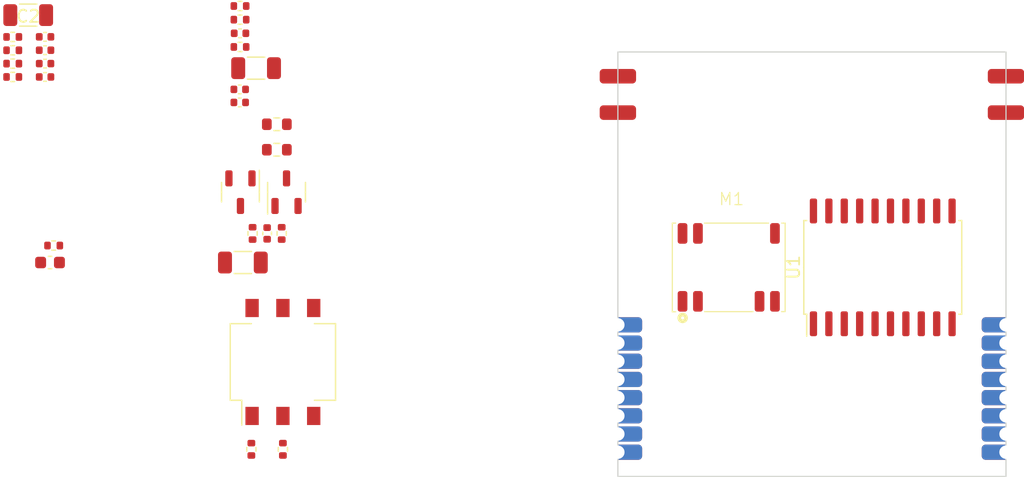
<source format=kicad_pcb>
(kicad_pcb (version 20221018) (generator pcbnew)
  (layers (0 "F.Cu" signal) (31 "B.Cu" signal) (34 "B.Paste" user) (35 "F.Paste" user) (36 "B.SilkS" user "B.Silkscreen") (37 "F.SilkS" user "F.Silkscreen") (38 "B.Mask" user) (39 "F.Mask" user) (44 "Edge.Cuts" user))
  (net 0 "")
  (net 1 "Net-(U1-VIO)")
  (net 2 "GND")
  (net 3 "Net-(Q1-S)")
  (net 4 "Net-(R6-Pad1)")
  (net 5 "Net-(R7-Pad1)")
  (net 6 "/TERM_EN_ISO")
  (net 7 "Net-(U1-VCC)")
  (net 8 "+5V")
  (net 9 "Net-(U1-VISOOUT)")
  (net 10 "Net-(FB1-Pad1)")
  (net 11 "/CANL")
  (net 12 "Net-(Q1-D)")
  (net 13 "/CANH")
  (net 14 "/RS")
  (net 15 "Net-(Q2-S)")
  (net 16 "Net-(C11-Pad1)")
  (net 17 "CAN1_RXD")
  (net 18 "CAN1_SILENT")
  (net 19 "CAN1_TXD")
  (net 20 "CAN1_STBY")
  (net 21 "CAN1_TERM_EN")
  (net 22 "+5V0_ISO")
  (net 23 "+3V3_DCDC")
  (net 24 "+5V0_DCDC")
  (net 25 "ISO")
  (footprint "Capacitor_SMD:C_0402_1005Metric" (layer "F.Cu") (at 149.9 111.5 -90)
    (fp_text reference "C10" hide)
    (fp_text value "5.0pF" hide)
    (fp_line (start -0.107836 -0.36) (end 0.107836 -0.36) (stroke (width 0.12)) (layer "F.SilkS"))
    (fp_line (start -0.107836 0.36) (end 0.107836 0.36) (stroke (width 0.12)) (layer "F.SilkS"))
    (pad "1" smd roundrect (at -0.48 0 270) (size 0.56 0.62) (layers "F.Cu" "F.Paste" "F.Mask") (net 3 "Net-(Q1-S)"))
    (pad "2" smd roundrect (at 0.48 0 270) (size 0.56 0.62) (layers "F.Cu" "F.Paste" "F.Mask") (net 25 "ISO"))
  )
  (footprint "Capacitor_SMD:C_0402_1005Metric" (layer "F.Cu") (at 131.59 97.4975 180)
    (fp_text reference "C1" hide)
    (fp_text value "X7R_10nF_50V" hide)
    (fp_line (start -0.107836 -0.36) (end 0.107836 -0.36) (stroke (width 0.12)) (layer "F.SilkS"))
    (fp_line (start -0.107836 0.36) (end 0.107836 0.36) (stroke (width 0.12)) (layer "F.SilkS"))
    (pad "1" smd roundrect (at -0.48 0 180) (size 0.56 0.62) (layers "F.Cu" "F.Paste" "F.Mask") (net 1 "Net-(U1-VIO)"))
    (pad "2" smd roundrect (at 0.48 0 180) (size 0.56 0.62) (layers "F.Cu" "F.Paste" "F.Mask") (net 2 "GND"))
  )
  (footprint "Capacitor_SMD:C_1206_3216Metric" (layer "F.Cu") (at 147.9 113.9)
    (fp_text reference "C12" hide)
    (fp_text value "10.0uF ±10% 10V X7R" hide)
    (fp_line (start -0.711252 -0.91) (end 0.711252 -0.91) (stroke (width 0.12)) (layer "F.SilkS"))
    (fp_line (start -0.711252 0.91) (end 0.711252 0.91) (stroke (width 0.12)) (layer "F.SilkS"))
    (pad "1" smd roundrect (at -1.475 0) (size 1.15 1.8) (layers "F.Cu" "F.Paste" "F.Mask") (roundrect_rratio 0.2173913043) (net 8 "+5V"))
    (pad "2" smd roundrect (at 1.475 0) (size 1.15 1.8) (layers "F.Cu" "F.Paste" "F.Mask") (roundrect_rratio 0.2173913043) (net 25 "ISO"))
  )
  (footprint "Resistor_SMD:R_0402_1005Metric" (layer "F.Cu") (at 148.7 111.5 -90)
    (fp_text reference "R9" hide)
    (fp_text value "100K 1%" hide)
    (fp_line (start -0.153641 -0.38) (end 0.153641 -0.38) (stroke (width 0.12)) (layer "F.SilkS"))
    (fp_line (start -0.153641 0.38) (end 0.153641 0.38) (stroke (width 0.12)) (layer "F.SilkS"))
    (pad "1" smd roundrect (at -0.51 0 270) (size 0.54 0.64) (layers "F.Cu" "F.Paste" "F.Mask") (net 6 "/TERM_EN_ISO"))
    (pad "2" smd roundrect (at 0.51 0 270) (size 0.54 0.64) (layers "F.Cu" "F.Paste" "F.Mask") (net 25 "ISO"))
  )
  (footprint "Resistor_SMD:R_0402_1005Metric" (layer "F.Cu") (at 128.925 95.3)
    (fp_text reference "R2" hide)
    (fp_text value "0" hide)
    (fp_line (start -0.153641 -0.38) (end 0.153641 -0.38) (stroke (width 0.12)) (layer "F.SilkS"))
    (fp_line (start -0.153641 0.38) (end 0.153641 0.38) (stroke (width 0.12)) (layer "F.SilkS"))
    (pad "1" smd roundrect (at -0.51 0) (size 0.54 0.64) (layers "F.Cu" "F.Paste" "F.Mask") (net 24 "+5V0_DCDC"))
    (pad "2" smd roundrect (at 0.51 0) (size 0.54 0.64) (layers "F.Cu" "F.Paste" "F.Mask") (net 7 "Net-(U1-VCC)"))
  )
  (footprint "Package_TO_SOT_SMD:SOT-23-3" (layer "F.Cu") (at 147.7 108.1 -90)
    (fp_text reference "Q2" hide)
    (fp_text value "FDN358P")
    (fp_line (start 0 -1.56) (end -1.8 -1.56) (stroke (width 0.12)) (layer "F.SilkS"))
    (fp_line (start 0 -1.56) (end 0.8 -1.56) (stroke (width 0.12)) (layer "F.SilkS"))
    (fp_line (start 0 1.56) (end -0.8 1.56) (stroke (width 0.12)) (layer "F.SilkS"))
    (fp_line (start 0 1.56) (end 0.8 1.56) (stroke (width 0.12)) (layer "F.SilkS"))
    (pad "1" smd roundrect (at -1.1375 -0.95 270) (size 1.325 0.6) (layers "F.Cu" "F.Paste" "F.Mask") (net 6 "/TERM_EN_ISO"))
    (pad "2" smd roundrect (at -1.1375 0.95 270) (size 1.325 0.6) (layers "F.Cu" "F.Paste" "F.Mask") (net 15 "Net-(Q2-S)"))
    (pad "3" smd roundrect (at 1.1375 0 270) (size 1.325 0.6) (layers "F.Cu" "F.Paste" "F.Mask") (net 3 "Net-(Q1-S)"))
  )
  (footprint "Capacitor_SMD:C_1206_3216Metric" (layer "F.Cu") (at 148.99 97.875)
    (fp_text reference "C9" hide)
    (fp_text value "10.0uF ±10% 10V X7R" hide)
    (fp_line (start -0.711252 -0.91) (end 0.711252 -0.91) (stroke (width 0.12)) (layer "F.SilkS"))
    (fp_line (start -0.711252 0.91) (end 0.711252 0.91) (stroke (width 0.12)) (layer "F.SilkS"))
    (pad "1" smd roundrect (at -1.475 0) (size 1.15 1.8) (layers "F.Cu" "F.Paste" "F.Mask") (roundrect_rratio 0.2173913043) (net 22 "+5V0_ISO"))
    (pad "2" smd roundrect (at 1.475 0) (size 1.15 1.8) (layers "F.Cu" "F.Paste" "F.Mask") (roundrect_rratio 0.2173913043) (net 25 "ISO"))
  )
  (footprint "Resistor_SMD:R_0603_1608Metric" (layer "F.Cu") (at 150.7 102.5)
    (fp_text reference "R11" hide)
    (fp_text value "56R" hide)
    (fp_line (start -0.237258 -0.5225) (end 0.237258 -0.5225) (stroke (width 0.12)) (layer "F.SilkS"))
    (fp_line (start -0.237258 0.5225) (end 0.237258 0.5225) (stroke (width 0.12)) (layer "F.SilkS"))
    (pad "1" smd roundrect (at -0.825 0) (size 0.8 0.95) (layers "F.Cu" "F.Paste" "F.Mask") (net 13 "/CANH"))
    (pad "2" smd roundrect (at 0.825 0) (size 0.8 0.95) (layers "F.Cu" "F.Paste" "F.Mask") (net 15 "Net-(Q2-S)"))
  )
  (footprint "Capacitor_SMD:C_0402_1005Metric" (layer "F.Cu") (at 131.59 96.395 180)
    (fp_text reference "C3" hide)
    (fp_text value "50V_100nF_X7R" hide)
    (fp_line (start -0.107836 -0.36) (end 0.107836 -0.36) (stroke (width 0.12)) (layer "F.SilkS"))
    (fp_line (start -0.107836 0.36) (end 0.107836 0.36) (stroke (width 0.12)) (layer "F.SilkS"))
    (pad "1" smd roundrect (at -0.48 0 180) (size 0.56 0.62) (layers "F.Cu" "F.Paste" "F.Mask") (net 7 "Net-(U1-VCC)"))
    (pad "2" smd roundrect (at 0.48 0 180) (size 0.56 0.62) (layers "F.Cu" "F.Paste" "F.Mask") (net 2 "GND"))
  )
  (footprint "Capacitor_SMD:C_0402_1005Metric" (layer "F.Cu") (at 131.59 95.2925 180)
    (fp_text reference "C4" hide)
    (fp_text value "X7R_10nF_50V" hide)
    (fp_line (start -0.107836 -0.36) (end 0.107836 -0.36) (stroke (width 0.12)) (layer "F.SilkS"))
    (fp_line (start -0.107836 0.36) (end 0.107836 0.36) (stroke (width 0.12)) (layer "F.SilkS"))
    (pad "1" smd roundrect (at -0.48 0 180) (size 0.56 0.62) (layers "F.Cu" "F.Paste" "F.Mask") (net 7 "Net-(U1-VCC)"))
    (pad "2" smd roundrect (at 0.48 0 180) (size 0.56 0.62) (layers "F.Cu" "F.Paste" "F.Mask") (net 2 "GND"))
  )
  (footprint "Resistor_SMD:R_0402_1005Metric" (layer "F.Cu") (at 151.1 111.5 -90)
    (fp_text reference "R12" hide)
    (fp_text value "100K 1%" hide)
    (fp_line (start -0.153641 -0.38) (end 0.153641 -0.38) (stroke (width 0.12)) (layer "F.SilkS"))
    (fp_line (start -0.153641 0.38) (end 0.153641 0.38) (stroke (width 0.12)) (layer "F.SilkS"))
    (pad "1" smd roundrect (at -0.51 0 270) (size 0.54 0.64) (layers "F.Cu" "F.Paste" "F.Mask") (net 3 "Net-(Q1-S)"))
    (pad "2" smd roundrect (at 0.51 0 270) (size 0.54 0.64) (layers "F.Cu" "F.Paste" "F.Mask") (net 25 "ISO"))
  )
  (footprint "Package_SO:SOIC-20W_7.5x12.8mm_P1.27mm" (layer "F.Cu") (at 200.66 114.3 90)
    (fp_text reference "U1" (at 0 -7.35 90) (layer "F.SilkS"))
    (fp_text value "ADM3057E")
    (fp_line (start -3.86 -6.51) (end -3.86 -6.275) (stroke (width 0.12)) (layer "F.SilkS"))
    (fp_line (start -3.86 -6.275) (end -5.675 -6.275) (stroke (width 0.12)) (layer "F.SilkS"))
    (fp_line (start -3.86 6.51) (end -3.86 6.275) (stroke (width 0.12)) (layer "F.SilkS"))
    (fp_line (start 0 -6.51) (end -3.86 -6.51) (stroke (width 0.12)) (layer "F.SilkS"))
    (fp_line (start 0 -6.51) (end 3.86 -6.51) (stroke (width 0.12)) (layer "F.SilkS"))
    (fp_line (start 0 6.51) (end -3.86 6.51) (stroke (width 0.12)) (layer "F.SilkS"))
    (fp_line (start 0 6.51) (end 3.86 6.51) (stroke (width 0.12)) (layer "F.SilkS"))
    (fp_line (start 3.86 -6.51) (end 3.86 -6.275) (stroke (width 0.12)) (layer "F.SilkS"))
    (fp_line (start 3.86 6.51) (end 3.86 6.275) (stroke (width 0.12)) (layer "F.SilkS"))
    (pad "1" smd roundrect (at -4.65 -5.715 90) (size 2.05 0.6) (layers "F.Cu" "F.Paste" "F.Mask") (net 2 "GND"))
    (pad "2" smd roundrect (at -4.65 -4.445 90) (size 2.05 0.6) (layers "F.Cu" "F.Paste" "F.Mask") (net 2 "GND"))
    (pad "3" smd roundrect (at -4.65 -3.175 90) (size 2.05 0.6) (layers "F.Cu" "F.Paste" "F.Mask") (net 7 "Net-(U1-VCC)"))
    (pad "4" smd roundrect (at -4.65 -1.905 90) (size 2.05 0.6) (layers "F.Cu" "F.Paste" "F.Mask") (net 1 "Net-(U1-VIO)"))
    (pad "5" smd roundrect (at -4.65 -0.635 90) (size 2.05 0.6) (layers "F.Cu" "F.Paste" "F.Mask") (net 17 "CAN1_RXD"))
    (pad "6" smd roundrect (at -4.65 0.635 90) (size 2.05 0.6) (layers "F.Cu" "F.Paste" "F.Mask") (net 18 "CAN1_SILENT"))
    (pad "7" smd roundrect (at -4.65 1.905 90) (size 2.05 0.6) (layers "F.Cu" "F.Paste" "F.Mask") (net 19 "CAN1_TXD"))
    (pad "8" smd roundrect (at -4.65 3.175 90) (size 2.05 0.6) (layers "F.Cu" "F.Paste" "F.Mask") (net 20 "CAN1_STBY"))
    (pad "9" smd roundrect (at -4.65 4.445 90) (size 2.05 0.6) (layers "F.Cu" "F.Paste" "F.Mask") (net 21 "CAN1_TERM_EN"))
    (pad "10" smd roundrect (at -4.65 5.715 90) (size 2.05 0.6) (layers "F.Cu" "F.Paste" "F.Mask") (net 2 "GND"))
    (pad "11" smd roundrect (at 4.65 5.715 90) (size 2.05 0.6) (layers "F.Cu" "F.Paste" "F.Mask") (net 25 "ISO"))
    (pad "12" smd roundrect (at 4.65 4.445 90) (size 2.05 0.6) (layers "F.Cu" "F.Paste" "F.Mask") (net 14 "/RS"))
    (pad "13" smd roundrect (at 4.65 3.175 90) (size 2.05 0.6) (layers "F.Cu" "F.Paste" "F.Mask") (net 11 "/CANL"))
    (pad "14" smd roundrect (at 4.65 1.905 90) (size 2.05 0.6) (layers "F.Cu" "F.Paste" "F.Mask") (net 13 "/CANH"))
    (pad "15" smd roundrect (at 4.65 0.635 90) (size 2.05 0.6) (layers "F.Cu" "F.Paste" "F.Mask") (net 25 "ISO"))
    (pad "16" smd roundrect (at 4.65 -0.635 90) (size 2.05 0.6) (layers "F.Cu" "F.Paste" "F.Mask") (net 22 "+5V0_ISO"))
    (pad "17" smd roundrect (at 4.65 -1.905 90) (size 2.05 0.6) (layers "F.Cu" "F.Paste" "F.Mask") (net 6 "/TERM_EN_ISO"))
    (pad "18" smd roundrect (at 4.65 -3.175 90) (size 2.05 0.6) (layers "F.Cu" "F.Paste" "F.Mask") (net 10 "Net-(FB1-Pad1)"))
    (pad "19" smd roundrect (at 4.65 -4.445 90) (size 2.05 0.6) (layers "F.Cu" "F.Paste" "F.Mask") (net 9 "Net-(U1-VISOOUT)"))
    (pad "20" smd roundrect (at 4.65 -5.715 90) (size 2.05 0.6) (layers "F.Cu" "F.Paste" "F.Mask") (net 10 "Net-(FB1-Pad1)"))
  )
  (footprint "Resistor_SMD:R_0402_1005Metric" (layer "F.Cu") (at 147.665 93.875)
    (fp_text reference "FB1" hide)
    (fp_text value "100MHz_1.8KOhm" hide)
    (fp_line (start -0.153641 -0.38) (end 0.153641 -0.38) (stroke (width 0.12)) (layer "F.SilkS"))
    (fp_line (start -0.153641 0.38) (end 0.153641 0.38) (stroke (width 0.12)) (layer "F.SilkS"))
    (pad "1" smd roundrect (at -0.51 0) (size 0.54 0.64) (layers "F.Cu" "F.Paste" "F.Mask") (net 10 "Net-(FB1-Pad1)"))
    (pad "2" smd roundrect (at 0.51 0) (size 0.54 0.64) (layers "F.Cu" "F.Paste" "F.Mask") (net 25 "ISO"))
  )
  (footprint "Resistor_SMD:R_0402_1005Metric" (layer "F.Cu") (at 147.665 92.75)
    (fp_text reference "R5" hide)
    (fp_text value "0" hide)
    (fp_line (start -0.153641 -0.38) (end 0.153641 -0.38) (stroke (width 0.12)) (layer "F.SilkS"))
    (fp_line (start -0.153641 0.38) (end 0.153641 0.38) (stroke (width 0.12)) (layer "F.SilkS"))
    (pad "1" smd roundrect (at -0.51 0) (size 0.54 0.64) (layers "F.Cu" "F.Paste" "F.Mask") (net 10 "Net-(FB1-Pad1)"))
    (pad "2" smd roundrect (at 0.51 0) (size 0.54 0.64) (layers "F.Cu" "F.Paste" "F.Mask") (net 25 "ISO"))
  )
  (footprint "Capacitor_SMD:C_0402_1005Metric" (layer "F.Cu") (at 147.665 95)
    (fp_text reference "C8" hide)
    (fp_text value "220.0nF ±10% 10V X7R" hide)
    (fp_line (start -0.107836 -0.36) (end 0.107836 -0.36) (stroke (width 0.12)) (layer "F.SilkS"))
    (fp_line (start -0.107836 0.36) (end 0.107836 0.36) (stroke (width 0.12)) (layer "F.SilkS"))
    (pad "1" smd roundrect (at -0.48 0) (size 0.56 0.62) (layers "F.Cu" "F.Paste" "F.Mask") (net 9 "Net-(U1-VISOOUT)"))
    (pad "2" smd roundrect (at 0.48 0) (size 0.56 0.62) (layers "F.Cu" "F.Paste" "F.Mask") (net 25 "ISO"))
  )
  (footprint "Resistor_SMD:R_0402_1005Metric" (layer "F.Cu") (at 128.925 98.6)
    (fp_text reference "R3" hide)
    (fp_text value "0" hide)
    (fp_line (start -0.153641 -0.38) (end 0.153641 -0.38) (stroke (width 0.12)) (layer "F.SilkS"))
    (fp_line (start -0.153641 0.38) (end 0.153641 0.38) (stroke (width 0.12)) (layer "F.SilkS"))
    (pad "1" smd roundrect (at -0.51 0) (size 0.54 0.64) (layers "F.Cu" "F.Paste" "F.Mask") (net 23 "+3V3_DCDC"))
    (pad "2" smd roundrect (at 0.51 0) (size 0.54 0.64) (layers "F.Cu" "F.Paste" "F.Mask") (net 1 "Net-(U1-VIO)"))
  )
  (footprint "Resistor_SMD:R_0402_1005Metric" (layer "F.Cu") (at 128.925 97.5 180)
    (fp_text reference "R4" hide)
    (fp_text value "0" hide)
    (fp_line (start -0.153641 -0.38) (end 0.153641 -0.38) (stroke (width 0.12)) (layer "F.SilkS"))
    (fp_line (start -0.153641 0.38) (end 0.153641 0.38) (stroke (width 0.12)) (layer "F.SilkS"))
    (pad "1" smd roundrect (at -0.51 0 180) (size 0.54 0.64) (layers "F.Cu" "F.Paste" "F.Mask") (net 1 "Net-(U1-VIO)"))
    (pad "2" smd roundrect (at 0.51 0 180) (size 0.54 0.64) (layers "F.Cu" "F.Paste" "F.Mask") (net 2 "GND"))
  )
  (footprint "Package_TO_SOT_SMD:SOT-23-3" (layer "F.Cu") (at 151.5 108.1 90)
    (fp_text reference "Q1" hide)
    (fp_text value "FDN358P")
    (fp_line (start 0 -1.56) (end -1.8 -1.56) (stroke (width 0.12)) (layer "F.SilkS"))
    (fp_line (start 0 -1.56) (end 0.8 -1.56) (stroke (width 0.12)) (layer "F.SilkS"))
    (fp_line (start 0 1.56) (end -0.8 1.56) (stroke (width 0.12)) (layer "F.SilkS"))
    (fp_line (start 0 1.56) (end 0.8 1.56) (stroke (width 0.12)) (layer "F.SilkS"))
    (pad "1" smd roundrect (at -1.1375 -0.95 90) (size 1.325 0.6) (layers "F.Cu" "F.Paste" "F.Mask") (net 6 "/TERM_EN_ISO"))
    (pad "2" smd roundrect (at -1.1375 0.95 90) (size 1.325 0.6) (layers "F.Cu" "F.Paste" "F.Mask") (net 3 "Net-(Q1-S)"))
    (pad "3" smd roundrect (at 1.1375 0 90) (size 1.325 0.6) (layers "F.Cu" "F.Paste" "F.Mask") (net 12 "Net-(Q1-D)"))
  )
  (footprint "Resistor_SMD:R_0402_1005Metric" (layer "F.Cu") (at 147.665 96.125)
    (fp_text reference "FB2" hide)
    (fp_text value "BLM15BX182SN1D_100MHz_1.8KOhm" hide)
    (fp_line (start -0.153641 -0.38) (end 0.153641 -0.38) (stroke (width 0.12)) (layer "F.SilkS"))
    (fp_line (start -0.153641 0.38) (end 0.153641 0.38) (stroke (width 0.12)) (layer "F.SilkS"))
    (pad "1" smd roundrect (at -0.51 0) (size 0.54 0.64) (layers "F.Cu" "F.Paste" "F.Mask") (net 9 "Net-(U1-VISOOUT)"))
    (pad "2" smd roundrect (at 0.51 0) (size 0.54 0.64) (layers "F.Cu" "F.Paste" "F.Mask") (net 22 "+5V0_ISO"))
  )
  (footprint "Resistor_SMD:R_0402_1005Metric" (layer "F.Cu") (at 128.925 96.4)
    (fp_text reference "R1" hide)
    (fp_text value "0" hide)
    (fp_line (start -0.153641 -0.38) (end 0.153641 -0.38) (stroke (width 0.12)) (layer "F.SilkS"))
    (fp_line (start -0.153641 0.38) (end 0.153641 0.38) (stroke (width 0.12)) (layer "F.SilkS"))
    (pad "1" smd roundrect (at -0.51 0) (size 0.54 0.64) (layers "F.Cu" "F.Paste" "F.Mask") (net 23 "+3V3_DCDC"))
    (pad "2" smd roundrect (at 0.51 0) (size 0.54 0.64) (layers "F.Cu" "F.Paste" "F.Mask") (net 7 "Net-(U1-VCC)"))
  )
  (footprint "Capacitor_SMD:C_0603_1608Metric" (layer "F.Cu") (at 132 113.9 180)
    (fp_text reference "C11" hide)
    (fp_text value "4.7uF ±10% 6.3V" hide)
    (fp_line (start -0.14058 -0.51) (end 0.14058 -0.51) (stroke (width 0.12)) (layer "F.SilkS"))
    (fp_line (start -0.14058 0.51) (end 0.14058 0.51) (stroke (width 0.12)) (layer "F.SilkS"))
    (pad "1" smd roundrect (at -0.775 0 180) (size 0.9 0.95) (layers "F.Cu" "F.Paste" "F.Mask") (net 16 "Net-(C11-Pad1)"))
    (pad "2" smd roundrect (at 0.775 0 180) (size 0.9 0.95) (layers "F.Cu" "F.Paste" "F.Mask") (net 2 "GND"))
  )
  (footprint "Button_Switch_SMD:SW_DIP_SPSTx03_Slide_Omron_A6S-310x_W8.9mm_P2.54mm" (layer "F.Cu") (at 151.2 122.1 90)
    (fp_text reference "SW1" hide)
    (fp_text value "DS04-254-2-03BK-SMT" hide)
    (fp_line (start -5.2 -3.391) (end -3.16 -3.391) (stroke (width 0.12)) (layer "F.SilkS"))
    (fp_line (start -3.16 -4.34) (end -3.16 -3.391) (stroke (width 0.12)) (layer "F.SilkS"))
    (fp_line (start -3.16 -4.34) (end 3.16 -4.34) (stroke (width 0.12)) (layer "F.SilkS"))
    (fp_line (start -3.16 2.6) (end -3.16 4.34) (stroke (width 0.12)) (layer "F.SilkS"))
    (fp_line (start -3.16 4.34) (end 3.16 4.34) (stroke (width 0.12)) (layer "F.SilkS"))
    (fp_line (start 3.16 -4.34) (end 3.16 -2.601) (stroke (width 0.12)) (layer "F.SilkS"))
    (fp_line (start 3.16 2.6) (end 3.16 4.34) (stroke (width 0.12)) (layer "F.SilkS"))
    (pad "1" smd rect (at -4.45 -2.54 90) (size 1.5 1.1) (layers "F.Cu" "F.Paste" "F.Mask") (net 4 "Net-(R6-Pad1)"))
    (pad "2" smd rect (at -4.45 0 90) (size 1.5 1.1) (layers "F.Cu" "F.Paste" "F.Mask") (net 5 "Net-(R7-Pad1)"))
    (pad "3" smd rect (at -4.45 2.54 90) (size 1.5 1.1) (layers "F.Cu" "F.Paste" "F.Mask") (net 25 "ISO"))
    (pad "4" smd rect (at 4.45 2.54 90) (size 1.5 1.1) (layers "F.Cu" "F.Paste" "F.Mask") (net 14 "/RS"))
    (pad "5" smd rect (at 4.45 0 90) (size 1.5 1.1) (layers "F.Cu" "F.Paste" "F.Mask") (net 14 "/RS"))
    (pad "6" smd rect (at 4.45 -2.54 90) (size 1.5 1.1) (layers "F.Cu" "F.Paste" "F.Mask") (net 14 "/RS"))
  )
  (footprint "CONVERTER DC DC 5V 1W SMD:B0505MT-1WR4" (layer "F.Cu") (at 187.96 114.3)
    (fp_text reference "M1" (at 0.23 -5.63 unlocked) (layer "F.SilkS") (effects (font (thickness 0.1))))
    (fp_text value "B0505MT-1WR4")
    (fp_line (start -4.65 -3.65) (end -4.65 3.66) (stroke (width 0.1)) (layer "F.SilkS"))
    (fp_line (start -4.65 -3.65) (end -4.38 -3.65) (stroke (width 0.1)) (layer "F.SilkS"))
    (fp_line (start -4.65 3.66) (end -4.37 3.66) (stroke (width 0.1)) (layer "F.SilkS"))
    (fp_line (start -2 -3.65) (end 3.28 -3.65) (stroke (width 0.1)) (layer "F.SilkS"))
    (fp_line (start -1.99 3.65) (end 2 3.65) (stroke (width 0.1)) (layer "F.SilkS"))
    (fp_line (start 4.6 3.65) (end 4.36 3.65) (stroke (width 0.1)) (layer "F.SilkS"))
    (fp_line (start 4.65 -3.65) (end 4.37 -3.65) (stroke (width 0.1)) (layer "F.SilkS"))
    (fp_line (start 4.65 -3.65) (end 4.65 3.65) (stroke (width 0.1)) (layer "F.SilkS"))
    (fp_circle (center -3.8 4.17) (end -3.67 4.19) (stroke (width 0.3)) (fill none) (layer "F.SilkS"))
    (pad "1" smd roundrect (at -3.81 2.8) (size 0.8 1.7) (layers "F.Cu" "F.Paste" "F.Mask") (net 2 "GND"))
    (pad "2" smd roundrect (at -2.54 2.8) (size 0.8 1.7) (layers "F.Cu" "F.Paste" "F.Mask") (net 2 "GND"))
    (pad "6" smd roundrect (at 2.54 2.8) (size 0.8 1.7) (layers "F.Cu" "F.Paste" "F.Mask") (net 25 "ISO"))
    (pad "7" smd roundrect (at 3.81 2.8) (size 0.8 1.7) (layers "F.Cu" "F.Paste" "F.Mask") (net 25 "ISO"))
    (pad "8" smd roundrect (at 3.81 -2.8) (size 0.8 1.7) (layers "F.Cu" "F.Paste" "F.Mask") (net 8 "+5V"))
    (pad "13" smd roundrect (at -2.54 -2.8) (size 0.8 1.7) (layers "F.Cu" "F.Paste" "F.Mask") (net 16 "Net-(C11-Pad1)"))
    (pad "14" smd roundrect (at -3.81 -2.8) (size 0.8 1.7) (layers "F.Cu" "F.Paste" "F.Mask") (net 16 "Net-(C11-Pad1)"))
  )
  (footprint "Resistor_SMD:R_0603_1608Metric" (layer "F.Cu") (at 150.7 104.6)
    (fp_text reference "R10" hide)
    (fp_text value "56R" hide)
    (fp_line (start -0.237258 -0.5225) (end 0.237258 -0.5225) (stroke (width 0.12)) (layer "F.SilkS"))
    (fp_line (start -0.237258 0.5225) (end 0.237258 0.5225) (stroke (width 0.12)) (layer "F.SilkS"))
    (pad "1" smd roundrect (at -0.825 0) (size 0.8 0.95) (layers "F.Cu" "F.Paste" "F.Mask") (net 11 "/CANL"))
    (pad "2" smd roundrect (at 0.825 0) (size 0.8 0.95) (layers "F.Cu" "F.Paste" "F.Mask") (net 12 "Net-(Q1-D)"))
  )
  (footprint "vhrd_module_custom:iob_v2_module" (layer "F.Cu") (at 178.82 96.54)
    (fp_text reference "M2" hide)
    (fp_text value "iob_v2")
    (fp_rect (start 0 0) (end 32 35) (stroke (width 0.1)) (fill none) (layer "Edge.Cuts"))
    (pad "1" thru_hole roundrect (at 0 22.5) (size 2 1.25) (drill 1.1 (offset 1 0)) (layers "*.Cu" "*.Mask") (chamfer_ratio 0) (chamfer top_left bottom_left))
    (pad "2" thru_hole roundrect (at 0 24) (size 2 1.25) (drill 1.1 (offset 1 0)) (layers "*.Cu" "*.Mask") (chamfer_ratio 0) (chamfer top_left bottom_left))
    (pad "3" thru_hole roundrect (at 0 25.5) (size 2 1.25) (drill 1.1 (offset 1 0)) (layers "*.Cu" "*.Mask") (chamfer_ratio 0) (chamfer top_left bottom_left))
    (pad "4" thru_hole roundrect (at 0 27) (size 2 1.25) (drill 1.1 (offset 1 0)) (layers "*.Cu" "*.Mask") (chamfer_ratio 0) (chamfer top_left bottom_left))
    (pad "5" thru_hole roundrect (at 0 28.5) (size 2 1.25) (drill 1.1 (offset 1 0)) (layers "*.Cu" "*.Mask") (chamfer_ratio 0) (chamfer top_left bottom_left))
    (pad "6" thru_hole roundrect (at 0 30) (size 2 1.25) (drill 1.1 (offset 1 0)) (layers "*.Cu" "*.Mask") (chamfer_ratio 0) (chamfer top_left bottom_left))
    (pad "7" thru_hole roundrect (at 0 31.5) (size 2 1.25) (drill 1.1 (offset 1 0)) (layers "*.Cu" "*.Mask") (chamfer_ratio 0) (chamfer top_left bottom_left))
    (pad "8" thru_hole roundrect (at 0 33) (size 2 1.25) (drill 1.1 (offset 1 0)) (layers "*.Cu" "*.Mask") (chamfer_ratio 0) (chamfer top_left bottom_left))
    (pad "9" thru_hole roundrect (at 32 33) (size 2 1.25) (drill 1.1 (offset -1 0)) (layers "*.Cu" "*.Mask") (chamfer_ratio 0) (chamfer top_right bottom_right))
    (pad "10" thru_hole roundrect (at 32 31.5) (size 2 1.25) (drill 1.1 (offset -1 0)) (layers "*.Cu" "*.Mask") (chamfer_ratio 0) (chamfer top_right bottom_right))
    (pad "11" thru_hole roundrect (at 32 30) (size 2 1.25) (drill 1.1 (offset -1 0)) (layers "*.Cu" "*.Mask") (chamfer_ratio 0) (chamfer top_right bottom_right))
    (pad "12" thru_hole roundrect (at 32 28.5) (size 2 1.25) (drill 1.1 (offset -1 0)) (layers "*.Cu" "*.Mask") (chamfer_ratio 0) (chamfer top_right bottom_right))
    (pad "13" thru_hole roundrect (at 32 27) (size 2 1.25) (drill 1.1 (offset -1 0)) (layers "*.Cu" "*.Mask") (chamfer_ratio 0) (chamfer top_right bottom_right))
    (pad "14" thru_hole roundrect (at 32 25.5) (size 2 1.25) (drill 1.1 (offset -1 0)) (layers "*.Cu" "*.Mask") (chamfer_ratio 0) (chamfer top_right bottom_right))
    (pad "15" thru_hole roundrect (at 32 24) (size 2 1.25) (drill 1.1 (offset -1 0)) (layers "*.Cu" "*.Mask") (chamfer_ratio 0) (chamfer top_right bottom_right))
    (pad "16" thru_hole roundrect (at 32 22.5) (size 2 1.25) (drill 1.1 (offset -1 0)) (layers "*.Cu" "*.Mask") (chamfer_ratio 0) (chamfer top_right bottom_right))
    (pad "M1" smd roundrect (at 0 2) (size 3 1.2) (layers "F.Cu" "F.Paste" "F.Mask"))
    (pad "M2" smd roundrect (at 0 5) (size 3 1.2) (layers "F.Cu" "F.Paste" "F.Mask"))
    (pad "M3" smd roundrect (at 32 5) (size 3 1.2) (layers "F.Cu" "F.Paste" "F.Mask"))
    (pad "M4" smd roundrect (at 32 2) (size 3 1.2) (layers "F.Cu" "F.Paste" "F.Mask"))
  )
  (footprint "Capacitor_SMD:C_0402_1005Metric" (layer "F.Cu") (at 147.64 100.7)
    (fp_text reference "C7" hide)
    (fp_text value "0.1uF 10% X7R 50V" hide)
    (fp_line (start -0.107836 -0.36) (end 0.107836 -0.36) (stroke (width 0.12)) (layer "F.SilkS"))
    (fp_line (start -0.107836 0.36) (end 0.107836 0.36) (stroke (width 0.12)) (layer "F.SilkS"))
    (pad "1" smd roundrect (at -0.48 0) (size 0.56 0.62) (layers "F.Cu" "F.Paste" "F.Mask") (net 22 "+5V0_ISO"))
    (pad "2" smd roundrect (at 0.48 0) (size 0.56 0.62) (layers "F.Cu" "F.Paste" "F.Mask") (net 25 "ISO"))
  )
  (footprint "Resistor_SMD:R_0402_1005Metric" (layer "F.Cu") (at 151.2 129.3 -90)
    (fp_text reference "R7" hide)
    (fp_text value "47K 1%" hide)
    (fp_line (start -0.153641 -0.38) (end 0.153641 -0.38) (stroke (width 0.12)) (layer "F.SilkS"))
    (fp_line (start -0.153641 0.38) (end 0.153641 0.38) (stroke (width 0.12)) (layer "F.SilkS"))
    (pad "1" smd roundrect (at -0.51 0 270) (size 0.54 0.64) (layers "F.Cu" "F.Paste" "F.Mask") (net 5 "Net-(R7-Pad1)"))
    (pad "2" smd roundrect (at 0.51 0 270) (size 0.54 0.64) (layers "F.Cu" "F.Paste" "F.Mask") (net 25 "ISO"))
  )
  (footprint "Capacitor_SMD:C_1206_3216Metric" (layer "F.Cu") (at 130.2 93.5 180)
    (fp_text reference "C2" (at 0 -0.1) (layer "F.SilkS"))
    (fp_text value "10.0uF ±10% 10V X7R" hide)
    (fp_line (start -0.711252 -0.91) (end 0.711252 -0.91) (stroke (width 0.12)) (layer "F.SilkS"))
    (fp_line (start -0.711252 0.91) (end 0.711252 0.91) (stroke (width 0.12)) (layer "F.SilkS"))
    (pad "1" smd roundrect (at -1.475 0 180) (size 1.15 1.8) (layers "F.Cu" "F.Paste" "F.Mask") (roundrect_rratio 0.2173913043) (net 7 "Net-(U1-VCC)"))
    (pad "2" smd roundrect (at 1.475 0 180) (size 1.15 1.8) (layers "F.Cu" "F.Paste" "F.Mask") (roundrect_rratio 0.2173913043) (net 2 "GND"))
  )
  (footprint "Capacitor_SMD:C_0402_1005Metric" (layer "F.Cu") (at 147.64 99.625)
    (fp_text reference "C6" hide)
    (fp_text value "10.0nF ±10% 50V X7R" hide)
    (fp_line (start -0.107836 -0.36) (end 0.107836 -0.36) (stroke (width 0.12)) (layer "F.SilkS"))
    (fp_line (start -0.107836 0.36) (end 0.107836 0.36) (stroke (width 0.12)) (layer "F.SilkS"))
    (pad "1" smd roundrect (at -0.48 0) (size 0.56 0.62) (layers "F.Cu" "F.Paste" "F.Mask") (net 22 "+5V0_ISO"))
    (pad "2" smd roundrect (at 0.48 0) (size 0.56 0.62) (layers "F.Cu" "F.Paste" "F.Mask") (net 25 "ISO"))
  )
  (footprint "Resistor_SMD:R_0402_1005Metric" (layer "F.Cu") (at 148.6 129.3 -90)
    (fp_text reference "R6" hide)
    (fp_text value "47K 1%" hide)
    (fp_line (start -0.153641 -0.38) (end 0.153641 -0.38) (stroke (width 0.12)) (layer "F.SilkS"))
    (fp_line (start -0.153641 0.38) (end 0.153641 0.38) (stroke (width 0.12)) (layer "F.SilkS"))
    (pad "1" smd roundrect (at -0.51 0 270) (size 0.54 0.64) (layers "F.Cu" "F.Paste" "F.Mask") (net 4 "Net-(R6-Pad1)"))
    (pad "2" smd roundrect (at 0.51 0 270) (size 0.54 0.64) (layers "F.Cu" "F.Paste" "F.Mask") (net 25 "ISO"))
  )
  (footprint "Resistor_SMD:R_0402_1005Metric" (layer "F.Cu") (at 132.3 112.5)
    (fp_text reference "R8" hide)
    (fp_text value "0" hide)
    (fp_line (start -0.153641 -0.38) (end 0.153641 -0.38) (stroke (width 0.12)) (layer "F.SilkS"))
    (fp_line (start -0.153641 0.38) (end 0.153641 0.38) (stroke (width 0.12)) (layer "F.SilkS"))
    (pad "1" smd roundrect (at -0.51 0) (size 0.54 0.64) (layers "F.Cu" "F.Paste" "F.Mask") (net 8 "+5V"))
    (pad "2" smd roundrect (at 0.51 0) (size 0.54 0.64) (layers "F.Cu" "F.Paste" "F.Mask") (net 16 "Net-(C11-Pad1)"))
  )
  (footprint "Capacitor_SMD:C_0402_1005Metric" (layer "F.Cu") (at 131.59 98.6 180)
    (fp_text reference "C5" hide)
    (fp_text value "50V_100nF_X7R" hide)
    (fp_line (start -0.107836 -0.36) (end 0.107836 -0.36) (stroke (width 0.12)) (layer "F.SilkS"))
    (fp_line (start -0.107836 0.36) (end 0.107836 0.36) (stroke (width 0.12)) (layer "F.SilkS"))
    (pad "1" smd roundrect (at -0.48 0 180) (size 0.56 0.62) (layers "F.Cu" "F.Paste" "F.Mask") (net 1 "Net-(U1-VIO)"))
    (pad "2" smd roundrect (at 0.48 0 180) (size 0.56 0.62) (layers "F.Cu" "F.Paste" "F.Mask") (net 2 "GND"))
  )
)
</source>
